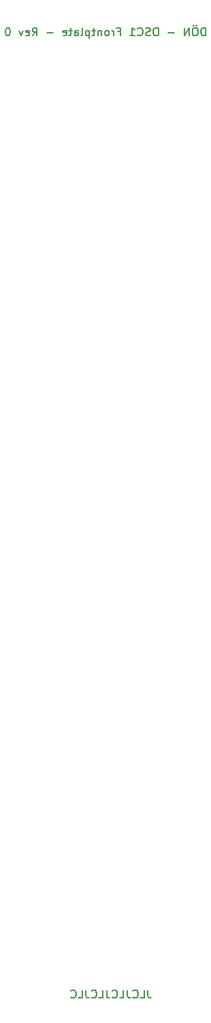
<source format=gbr>
G04 #@! TF.GenerationSoftware,KiCad,Pcbnew,5.1.5-52549c5~84~ubuntu19.04.1*
G04 #@! TF.CreationDate,2020-04-14T21:10:59+02:00*
G04 #@! TF.ProjectId,osc1-frontplate,6f736331-2d66-4726-9f6e-74706c617465,rev?*
G04 #@! TF.SameCoordinates,Original*
G04 #@! TF.FileFunction,Legend,Bot*
G04 #@! TF.FilePolarity,Positive*
%FSLAX46Y46*%
G04 Gerber Fmt 4.6, Leading zero omitted, Abs format (unit mm)*
G04 Created by KiCad (PCBNEW 5.1.5-52549c5~84~ubuntu19.04.1) date 2020-04-14 21:10:59*
%MOMM*%
%LPD*%
G04 APERTURE LIST*
%ADD10C,0.150000*%
G04 APERTURE END LIST*
D10*
X155114047Y-170902380D02*
X155114047Y-171616666D01*
X155161666Y-171759523D01*
X155256904Y-171854761D01*
X155399761Y-171902380D01*
X155495000Y-171902380D01*
X154161666Y-171902380D02*
X154637857Y-171902380D01*
X154637857Y-170902380D01*
X153256904Y-171807142D02*
X153304523Y-171854761D01*
X153447380Y-171902380D01*
X153542619Y-171902380D01*
X153685476Y-171854761D01*
X153780714Y-171759523D01*
X153828333Y-171664285D01*
X153875952Y-171473809D01*
X153875952Y-171330952D01*
X153828333Y-171140476D01*
X153780714Y-171045238D01*
X153685476Y-170950000D01*
X153542619Y-170902380D01*
X153447380Y-170902380D01*
X153304523Y-170950000D01*
X153256904Y-170997619D01*
X152542619Y-170902380D02*
X152542619Y-171616666D01*
X152590238Y-171759523D01*
X152685476Y-171854761D01*
X152828333Y-171902380D01*
X152923571Y-171902380D01*
X151590238Y-171902380D02*
X152066428Y-171902380D01*
X152066428Y-170902380D01*
X150685476Y-171807142D02*
X150733095Y-171854761D01*
X150875952Y-171902380D01*
X150971190Y-171902380D01*
X151114047Y-171854761D01*
X151209285Y-171759523D01*
X151256904Y-171664285D01*
X151304523Y-171473809D01*
X151304523Y-171330952D01*
X151256904Y-171140476D01*
X151209285Y-171045238D01*
X151114047Y-170950000D01*
X150971190Y-170902380D01*
X150875952Y-170902380D01*
X150733095Y-170950000D01*
X150685476Y-170997619D01*
X149971190Y-170902380D02*
X149971190Y-171616666D01*
X150018809Y-171759523D01*
X150114047Y-171854761D01*
X150256904Y-171902380D01*
X150352142Y-171902380D01*
X149018809Y-171902380D02*
X149495000Y-171902380D01*
X149495000Y-170902380D01*
X148114047Y-171807142D02*
X148161666Y-171854761D01*
X148304523Y-171902380D01*
X148399761Y-171902380D01*
X148542619Y-171854761D01*
X148637857Y-171759523D01*
X148685476Y-171664285D01*
X148733095Y-171473809D01*
X148733095Y-171330952D01*
X148685476Y-171140476D01*
X148637857Y-171045238D01*
X148542619Y-170950000D01*
X148399761Y-170902380D01*
X148304523Y-170902380D01*
X148161666Y-170950000D01*
X148114047Y-170997619D01*
X147399761Y-170902380D02*
X147399761Y-171616666D01*
X147447380Y-171759523D01*
X147542619Y-171854761D01*
X147685476Y-171902380D01*
X147780714Y-171902380D01*
X146447380Y-171902380D02*
X146923571Y-171902380D01*
X146923571Y-170902380D01*
X145542619Y-171807142D02*
X145590238Y-171854761D01*
X145733095Y-171902380D01*
X145828333Y-171902380D01*
X145971190Y-171854761D01*
X146066428Y-171759523D01*
X146114047Y-171664285D01*
X146161666Y-171473809D01*
X146161666Y-171330952D01*
X146114047Y-171140476D01*
X146066428Y-171045238D01*
X145971190Y-170950000D01*
X145828333Y-170902380D01*
X145733095Y-170902380D01*
X145590238Y-170950000D01*
X145542619Y-170997619D01*
X162264761Y-52522380D02*
X162264761Y-51522380D01*
X162026666Y-51522380D01*
X161883809Y-51570000D01*
X161788571Y-51665238D01*
X161740952Y-51760476D01*
X161693333Y-51950952D01*
X161693333Y-52093809D01*
X161740952Y-52284285D01*
X161788571Y-52379523D01*
X161883809Y-52474761D01*
X162026666Y-52522380D01*
X162264761Y-52522380D01*
X161074285Y-51522380D02*
X160883809Y-51522380D01*
X160788571Y-51570000D01*
X160693333Y-51665238D01*
X160645714Y-51855714D01*
X160645714Y-52189047D01*
X160693333Y-52379523D01*
X160788571Y-52474761D01*
X160883809Y-52522380D01*
X161074285Y-52522380D01*
X161169523Y-52474761D01*
X161264761Y-52379523D01*
X161312380Y-52189047D01*
X161312380Y-51855714D01*
X161264761Y-51665238D01*
X161169523Y-51570000D01*
X161074285Y-51522380D01*
X161169523Y-51189047D02*
X161121904Y-51236666D01*
X161169523Y-51284285D01*
X161217142Y-51236666D01*
X161169523Y-51189047D01*
X161169523Y-51284285D01*
X160788571Y-51189047D02*
X160740952Y-51236666D01*
X160788571Y-51284285D01*
X160836190Y-51236666D01*
X160788571Y-51189047D01*
X160788571Y-51284285D01*
X160217142Y-52522380D02*
X160217142Y-51522380D01*
X159645714Y-52522380D01*
X159645714Y-51522380D01*
X158407619Y-52141428D02*
X157645714Y-52141428D01*
X156217142Y-51522380D02*
X156026666Y-51522380D01*
X155931428Y-51570000D01*
X155836190Y-51665238D01*
X155788571Y-51855714D01*
X155788571Y-52189047D01*
X155836190Y-52379523D01*
X155931428Y-52474761D01*
X156026666Y-52522380D01*
X156217142Y-52522380D01*
X156312380Y-52474761D01*
X156407619Y-52379523D01*
X156455238Y-52189047D01*
X156455238Y-51855714D01*
X156407619Y-51665238D01*
X156312380Y-51570000D01*
X156217142Y-51522380D01*
X155407619Y-52474761D02*
X155264761Y-52522380D01*
X155026666Y-52522380D01*
X154931428Y-52474761D01*
X154883809Y-52427142D01*
X154836190Y-52331904D01*
X154836190Y-52236666D01*
X154883809Y-52141428D01*
X154931428Y-52093809D01*
X155026666Y-52046190D01*
X155217142Y-51998571D01*
X155312380Y-51950952D01*
X155360000Y-51903333D01*
X155407619Y-51808095D01*
X155407619Y-51712857D01*
X155360000Y-51617619D01*
X155312380Y-51570000D01*
X155217142Y-51522380D01*
X154979047Y-51522380D01*
X154836190Y-51570000D01*
X153836190Y-52427142D02*
X153883809Y-52474761D01*
X154026666Y-52522380D01*
X154121904Y-52522380D01*
X154264761Y-52474761D01*
X154360000Y-52379523D01*
X154407619Y-52284285D01*
X154455238Y-52093809D01*
X154455238Y-51950952D01*
X154407619Y-51760476D01*
X154360000Y-51665238D01*
X154264761Y-51570000D01*
X154121904Y-51522380D01*
X154026666Y-51522380D01*
X153883809Y-51570000D01*
X153836190Y-51617619D01*
X152883809Y-52522380D02*
X153455238Y-52522380D01*
X153169523Y-52522380D02*
X153169523Y-51522380D01*
X153264761Y-51665238D01*
X153360000Y-51760476D01*
X153455238Y-51808095D01*
X151360000Y-51998571D02*
X151693333Y-51998571D01*
X151693333Y-52522380D02*
X151693333Y-51522380D01*
X151217142Y-51522380D01*
X150836190Y-52522380D02*
X150836190Y-51855714D01*
X150836190Y-52046190D02*
X150788571Y-51950952D01*
X150740952Y-51903333D01*
X150645714Y-51855714D01*
X150550476Y-51855714D01*
X150074285Y-52522380D02*
X150169523Y-52474761D01*
X150217142Y-52427142D01*
X150264761Y-52331904D01*
X150264761Y-52046190D01*
X150217142Y-51950952D01*
X150169523Y-51903333D01*
X150074285Y-51855714D01*
X149931428Y-51855714D01*
X149836190Y-51903333D01*
X149788571Y-51950952D01*
X149740952Y-52046190D01*
X149740952Y-52331904D01*
X149788571Y-52427142D01*
X149836190Y-52474761D01*
X149931428Y-52522380D01*
X150074285Y-52522380D01*
X149312380Y-51855714D02*
X149312380Y-52522380D01*
X149312380Y-51950952D02*
X149264761Y-51903333D01*
X149169523Y-51855714D01*
X149026666Y-51855714D01*
X148931428Y-51903333D01*
X148883809Y-51998571D01*
X148883809Y-52522380D01*
X148550476Y-51855714D02*
X148169523Y-51855714D01*
X148407619Y-51522380D02*
X148407619Y-52379523D01*
X148360000Y-52474761D01*
X148264761Y-52522380D01*
X148169523Y-52522380D01*
X147836190Y-51855714D02*
X147836190Y-52855714D01*
X147836190Y-51903333D02*
X147740952Y-51855714D01*
X147550476Y-51855714D01*
X147455238Y-51903333D01*
X147407619Y-51950952D01*
X147360000Y-52046190D01*
X147360000Y-52331904D01*
X147407619Y-52427142D01*
X147455238Y-52474761D01*
X147550476Y-52522380D01*
X147740952Y-52522380D01*
X147836190Y-52474761D01*
X146788571Y-52522380D02*
X146883809Y-52474761D01*
X146931428Y-52379523D01*
X146931428Y-51522380D01*
X145979047Y-52522380D02*
X145979047Y-51998571D01*
X146026666Y-51903333D01*
X146121904Y-51855714D01*
X146312380Y-51855714D01*
X146407619Y-51903333D01*
X145979047Y-52474761D02*
X146074285Y-52522380D01*
X146312380Y-52522380D01*
X146407619Y-52474761D01*
X146455238Y-52379523D01*
X146455238Y-52284285D01*
X146407619Y-52189047D01*
X146312380Y-52141428D01*
X146074285Y-52141428D01*
X145979047Y-52093809D01*
X145645714Y-51855714D02*
X145264761Y-51855714D01*
X145502857Y-51522380D02*
X145502857Y-52379523D01*
X145455238Y-52474761D01*
X145360000Y-52522380D01*
X145264761Y-52522380D01*
X144550476Y-52474761D02*
X144645714Y-52522380D01*
X144836190Y-52522380D01*
X144931428Y-52474761D01*
X144979047Y-52379523D01*
X144979047Y-51998571D01*
X144931428Y-51903333D01*
X144836190Y-51855714D01*
X144645714Y-51855714D01*
X144550476Y-51903333D01*
X144502857Y-51998571D01*
X144502857Y-52093809D01*
X144979047Y-52189047D01*
X143312380Y-52141428D02*
X142550476Y-52141428D01*
X140740952Y-52522380D02*
X141074285Y-52046190D01*
X141312380Y-52522380D02*
X141312380Y-51522380D01*
X140931428Y-51522380D01*
X140836190Y-51570000D01*
X140788571Y-51617619D01*
X140740952Y-51712857D01*
X140740952Y-51855714D01*
X140788571Y-51950952D01*
X140836190Y-51998571D01*
X140931428Y-52046190D01*
X141312380Y-52046190D01*
X139931428Y-52474761D02*
X140026666Y-52522380D01*
X140217142Y-52522380D01*
X140312380Y-52474761D01*
X140360000Y-52379523D01*
X140360000Y-51998571D01*
X140312380Y-51903333D01*
X140217142Y-51855714D01*
X140026666Y-51855714D01*
X139931428Y-51903333D01*
X139883809Y-51998571D01*
X139883809Y-52093809D01*
X140360000Y-52189047D01*
X139550476Y-51855714D02*
X139312380Y-52522380D01*
X139074285Y-51855714D01*
X137740952Y-51522380D02*
X137645714Y-51522380D01*
X137550476Y-51570000D01*
X137502857Y-51617619D01*
X137455238Y-51712857D01*
X137407619Y-51903333D01*
X137407619Y-52141428D01*
X137455238Y-52331904D01*
X137502857Y-52427142D01*
X137550476Y-52474761D01*
X137645714Y-52522380D01*
X137740952Y-52522380D01*
X137836190Y-52474761D01*
X137883809Y-52427142D01*
X137931428Y-52331904D01*
X137979047Y-52141428D01*
X137979047Y-51903333D01*
X137931428Y-51712857D01*
X137883809Y-51617619D01*
X137836190Y-51570000D01*
X137740952Y-51522380D01*
M02*

</source>
